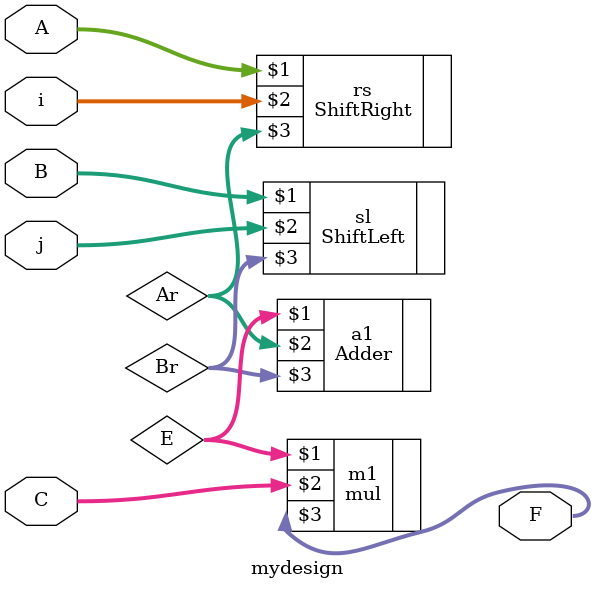
<source format=v>


module mydesign 
 (
 input [7:0] A,
 input [7:0] B,
 input [7:0] C,
 input [2:0] i,
 input [2:0] j,
 output  [15:0] F
 );
wire [7:0]Ar , Br , E;

 ShiftRight rs(A , i , Ar);
 ShiftLeft sl(B , j , Br);
  Adder a1 (E , Ar , Br);
  mul m1 (E , C , F);


endmodule

</source>
